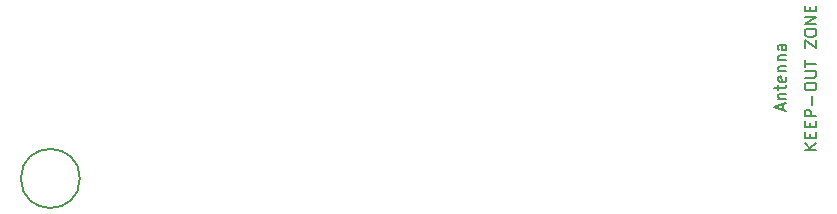
<source format=gbr>
G04 #@! TF.GenerationSoftware,KiCad,Pcbnew,(5.1.5-0-10_14)*
G04 #@! TF.CreationDate,2020-06-28T15:17:39+02:00*
G04 #@! TF.ProjectId,ESP8266-PowerMonitor,45535038-3236-4362-9d50-6f7765724d6f,rev?*
G04 #@! TF.SameCoordinates,Original*
G04 #@! TF.FileFunction,Other,Comment*
%FSLAX46Y46*%
G04 Gerber Fmt 4.6, Leading zero omitted, Abs format (unit mm)*
G04 Created by KiCad (PCBNEW (5.1.5-0-10_14)) date 2020-06-28 15:17:39*
%MOMM*%
%LPD*%
G04 APERTURE LIST*
%ADD10C,0.150000*%
G04 APERTURE END LIST*
D10*
X120150000Y-113800000D02*
G75*
G03X120150000Y-113800000I-2500000J0D01*
G01*
X179666666Y-107951904D02*
X179666666Y-107475714D01*
X179952380Y-108047142D02*
X178952380Y-107713809D01*
X179952380Y-107380476D01*
X179285714Y-107047142D02*
X179952380Y-107047142D01*
X179380952Y-107047142D02*
X179333333Y-106999523D01*
X179285714Y-106904285D01*
X179285714Y-106761428D01*
X179333333Y-106666190D01*
X179428571Y-106618571D01*
X179952380Y-106618571D01*
X179285714Y-106285238D02*
X179285714Y-105904285D01*
X178952380Y-106142380D02*
X179809523Y-106142380D01*
X179904761Y-106094761D01*
X179952380Y-105999523D01*
X179952380Y-105904285D01*
X179904761Y-105190000D02*
X179952380Y-105285238D01*
X179952380Y-105475714D01*
X179904761Y-105570952D01*
X179809523Y-105618571D01*
X179428571Y-105618571D01*
X179333333Y-105570952D01*
X179285714Y-105475714D01*
X179285714Y-105285238D01*
X179333333Y-105190000D01*
X179428571Y-105142380D01*
X179523809Y-105142380D01*
X179619047Y-105618571D01*
X179285714Y-104713809D02*
X179952380Y-104713809D01*
X179380952Y-104713809D02*
X179333333Y-104666190D01*
X179285714Y-104570952D01*
X179285714Y-104428095D01*
X179333333Y-104332857D01*
X179428571Y-104285238D01*
X179952380Y-104285238D01*
X179285714Y-103809047D02*
X179952380Y-103809047D01*
X179380952Y-103809047D02*
X179333333Y-103761428D01*
X179285714Y-103666190D01*
X179285714Y-103523333D01*
X179333333Y-103428095D01*
X179428571Y-103380476D01*
X179952380Y-103380476D01*
X179952380Y-102475714D02*
X179428571Y-102475714D01*
X179333333Y-102523333D01*
X179285714Y-102618571D01*
X179285714Y-102809047D01*
X179333333Y-102904285D01*
X179904761Y-102475714D02*
X179952380Y-102570952D01*
X179952380Y-102809047D01*
X179904761Y-102904285D01*
X179809523Y-102951904D01*
X179714285Y-102951904D01*
X179619047Y-102904285D01*
X179571428Y-102809047D01*
X179571428Y-102570952D01*
X179523809Y-102475714D01*
X182502380Y-111351428D02*
X181502380Y-111351428D01*
X182502380Y-110780000D02*
X181930952Y-111208571D01*
X181502380Y-110780000D02*
X182073809Y-111351428D01*
X181978571Y-110351428D02*
X181978571Y-110018095D01*
X182502380Y-109875238D02*
X182502380Y-110351428D01*
X181502380Y-110351428D01*
X181502380Y-109875238D01*
X181978571Y-109446666D02*
X181978571Y-109113333D01*
X182502380Y-108970476D02*
X182502380Y-109446666D01*
X181502380Y-109446666D01*
X181502380Y-108970476D01*
X182502380Y-108541904D02*
X181502380Y-108541904D01*
X181502380Y-108160952D01*
X181550000Y-108065714D01*
X181597619Y-108018095D01*
X181692857Y-107970476D01*
X181835714Y-107970476D01*
X181930952Y-108018095D01*
X181978571Y-108065714D01*
X182026190Y-108160952D01*
X182026190Y-108541904D01*
X182121428Y-107541904D02*
X182121428Y-106780000D01*
X181502380Y-106113333D02*
X181502380Y-105922857D01*
X181550000Y-105827619D01*
X181645238Y-105732380D01*
X181835714Y-105684761D01*
X182169047Y-105684761D01*
X182359523Y-105732380D01*
X182454761Y-105827619D01*
X182502380Y-105922857D01*
X182502380Y-106113333D01*
X182454761Y-106208571D01*
X182359523Y-106303809D01*
X182169047Y-106351428D01*
X181835714Y-106351428D01*
X181645238Y-106303809D01*
X181550000Y-106208571D01*
X181502380Y-106113333D01*
X181502380Y-105256190D02*
X182311904Y-105256190D01*
X182407142Y-105208571D01*
X182454761Y-105160952D01*
X182502380Y-105065714D01*
X182502380Y-104875238D01*
X182454761Y-104780000D01*
X182407142Y-104732380D01*
X182311904Y-104684761D01*
X181502380Y-104684761D01*
X181502380Y-104351428D02*
X181502380Y-103780000D01*
X182502380Y-104065714D02*
X181502380Y-104065714D01*
X181502380Y-102780000D02*
X181502380Y-102113333D01*
X182502380Y-102780000D01*
X182502380Y-102113333D01*
X181502380Y-101541904D02*
X181502380Y-101351428D01*
X181550000Y-101256190D01*
X181645238Y-101160952D01*
X181835714Y-101113333D01*
X182169047Y-101113333D01*
X182359523Y-101160952D01*
X182454761Y-101256190D01*
X182502380Y-101351428D01*
X182502380Y-101541904D01*
X182454761Y-101637142D01*
X182359523Y-101732380D01*
X182169047Y-101780000D01*
X181835714Y-101780000D01*
X181645238Y-101732380D01*
X181550000Y-101637142D01*
X181502380Y-101541904D01*
X182502380Y-100684761D02*
X181502380Y-100684761D01*
X182502380Y-100113333D01*
X181502380Y-100113333D01*
X181978571Y-99637142D02*
X181978571Y-99303809D01*
X182502380Y-99160952D02*
X182502380Y-99637142D01*
X181502380Y-99637142D01*
X181502380Y-99160952D01*
M02*

</source>
